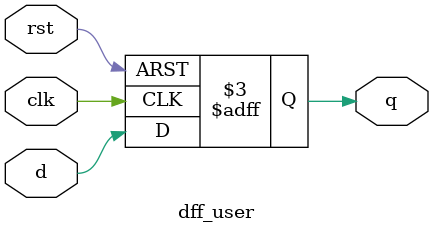
<source format=sv>
module dff_user(
	input clk, rst, d,
	output logic q
);
always_ff @(posedge clk, negedge rst) begin
	if (~rst)
		q <= 1'b0;
	else
		q <= d;
end
endmodule

</source>
